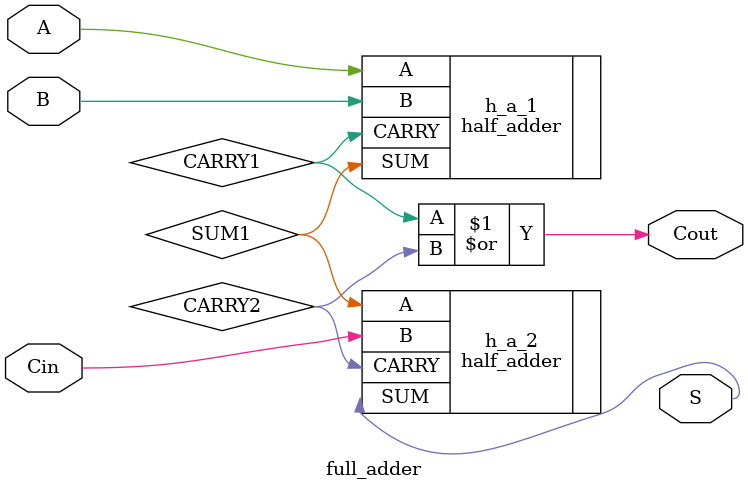
<source format=v>
module full_adder (
    input wire A , B , Cin ,
    output wire S , Cout
);

wire CARRY1 , CARRY2;
wire SUM1;

half_adder h_a_1 (.A(A) , .B(B) , .SUM(SUM1) , .CARRY(CARRY1) );
half_adder h_a_2 (.A(SUM1) , .B(Cin) , .SUM(S) , .CARRY(CARRY2));

assign Cout = CARRY1 | CARRY2;

endmodule
</source>
